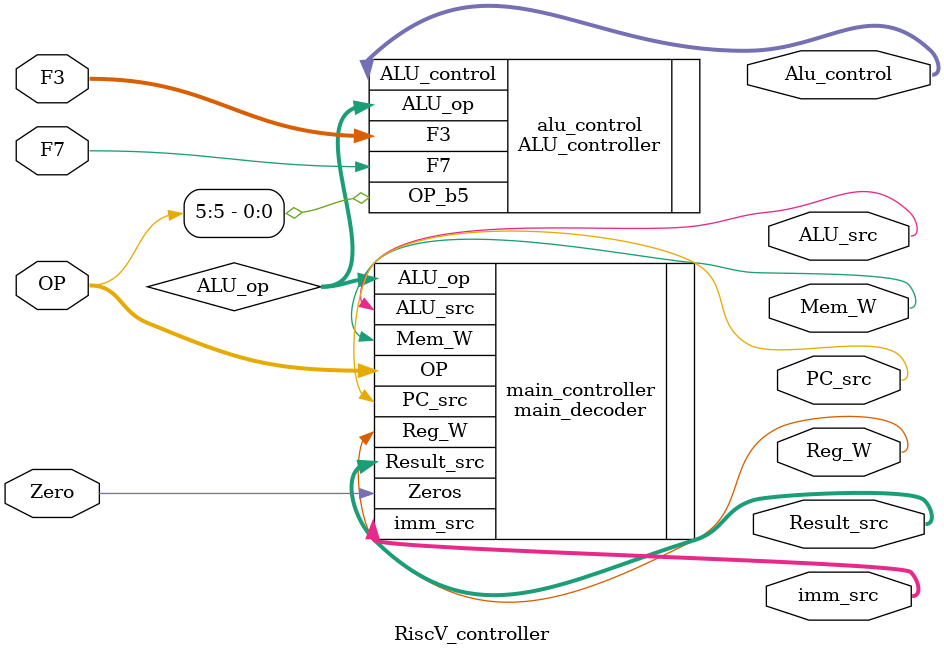
<source format=v>
`timescale 1ns / 1ps


module RiscV_controller(
 input [6:0]OP,
 input  F7,
 input [2:0]F3,
 input Zero,
 output PC_src,
 output [1:0]Result_src,
 output Mem_W,
 output [2:0]Alu_control,
 output ALU_src,
 output [1:0]imm_src,
 output Reg_W
    );
    wire [1:0]ALU_op;
    main_decoder main_controller(
     .OP(OP),
    .Zeros(Zero),
    .PC_src(PC_src),
    .Result_src(Result_src),
    .Mem_W(Mem_W),
    .ALU_src(ALU_src),
    .imm_src(imm_src),
    .Reg_W(Reg_W),
    .ALU_op(ALU_op));
 ALU_controller alu_control(
   .F7(F7),
   .F3(F3),
   .OP_b5(OP[5]),
   .ALU_op(ALU_op),
   .ALU_control(Alu_control)
       );

endmodule

</source>
